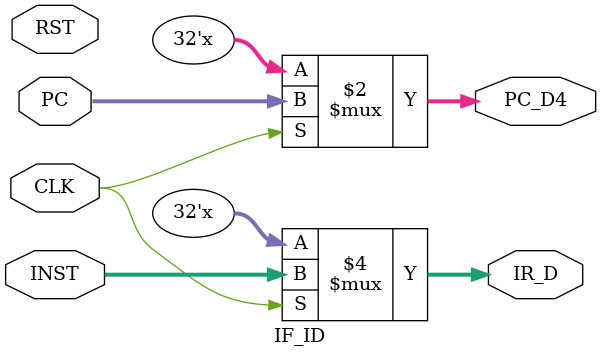
<source format=v>
module IF_ID(INST, PC, IR_D, PC_D4, CLK, RST);

    input CLK;
    input RST;
    input [31:0] INST;
    input [31:0] PC;
    output reg [31:0] IR_D;
    output reg [31:0] PC_D4;

always @(*) begin
    if (CLK)begin
     IR_D <= INST;
     PC_D4 <= PC;
    end
end



endmodule
</source>
